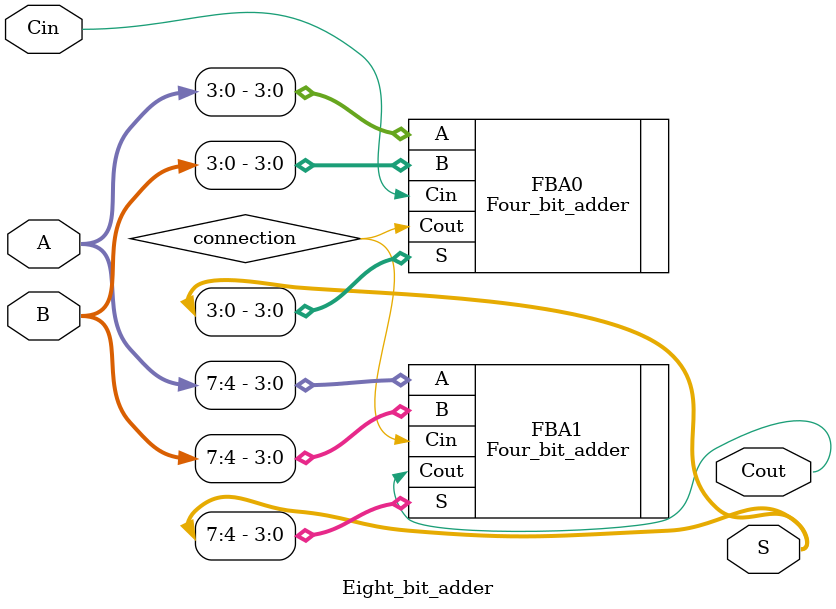
<source format=sv>
`timescale 1ns / 1ps

module Eight_bit_adder #(parameter WIDTH = 8)(
    input [WIDTH - 1:0] A,
    input [WIDTH - 1:0] B,
    input wire Cin,
    output wire[WIDTH - 1:0] S,
    output wire Cout
    );
    
    wire connection;
    
    Four_bit_adder FBA0 (.A(A[3:0]), .B(B[3:0]), .Cin(Cin), .S(S[3:0]), .Cout(connection));
    Four_bit_adder FBA1 (.A(A[7:4]), .B(B[7:4]), .Cin(connection), .S(S[7:4]), .Cout(Cout));
endmodule
</source>
